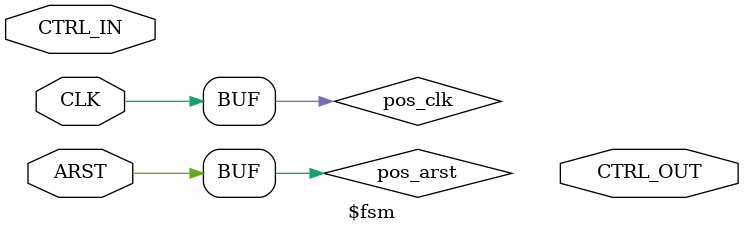
<source format=v>
module \$fsm (CLK, ARST, CTRL_IN, CTRL_OUT);

parameter NAME = "";

parameter CLK_POLARITY = 1'b1;
parameter ARST_POLARITY = 1'b1;

parameter CTRL_IN_WIDTH = 1;
parameter CTRL_OUT_WIDTH = 1;

parameter STATE_BITS = 1;
parameter STATE_NUM = 1;
parameter STATE_NUM_LOG2 = 1;
parameter STATE_RST = 0;
parameter STATE_TABLE = 1'b0;

parameter TRANS_NUM = 1;
parameter TRANS_TABLE = 4'b0x0x;

input CLK, ARST;
input [CTRL_IN_WIDTH-1:0] CTRL_IN;
output reg [CTRL_OUT_WIDTH-1:0] CTRL_OUT;

wire pos_clk = CLK == CLK_POLARITY;
wire pos_arst = ARST == ARST_POLARITY;

reg [STATE_BITS-1:0] state;
reg [STATE_BITS-1:0] state_tmp;
reg [STATE_BITS-1:0] next_state;

reg [STATE_BITS-1:0] tr_state_in;
reg [STATE_BITS-1:0] tr_state_out;
reg [CTRL_IN_WIDTH-1:0] tr_ctrl_in;
reg [CTRL_OUT_WIDTH-1:0] tr_ctrl_out;

integer i;

task tr_fetch;
	input [31:0] tr_num;
	reg [31:0] tr_pos;
	reg [STATE_NUM_LOG2-1:0] state_num;
	begin
		tr_pos = (2*STATE_NUM_LOG2+CTRL_IN_WIDTH+CTRL_OUT_WIDTH)*tr_num;
		tr_ctrl_out = TRANS_TABLE >> tr_pos;
		tr_pos = tr_pos + CTRL_OUT_WIDTH;
		state_num = TRANS_TABLE >> tr_pos;
		tr_state_out = STATE_TABLE >> (STATE_BITS*state_num);
		tr_pos = tr_pos + STATE_NUM_LOG2;
		tr_ctrl_in = TRANS_TABLE >> tr_pos;
		tr_pos = tr_pos + CTRL_IN_WIDTH;
		state_num = TRANS_TABLE >> tr_pos;
		tr_state_in = STATE_TABLE >> (STATE_BITS*state_num);
		tr_pos = tr_pos + STATE_NUM_LOG2;
	end
endtask
/*

always @(posedge pos_clk, posedge pos_arst) begin
	if (pos_arst) begin
		state_tmp = STATE_TABLE[STATE_BITS*(STATE_RST+1)-1:STATE_BITS*STATE_RST];
		for (i = 0; i < STATE_BITS; i = i+1)
			if (state_tmp[i] === 1'bz)
				state_tmp[i] = 0;
		state <= state_tmp;
	end else begin
		state_tmp = next_state;
		for (i = 0; i < STATE_BITS; i = i+1)
			if (state_tmp[i] === 1'bz)
				state_tmp[i] = 0;
		state <= state_tmp;
	end
end

always @(state, CTRL_IN) begin
	next_state <= STATE_TABLE[STATE_BITS*(STATE_RST+1)-1:STATE_BITS*STATE_RST];
	CTRL_OUT <= 'bx;
	// $display("---");
	// $display("Q: %b %b", state, CTRL_IN);
	for (i = 0; i < TRANS_NUM; i = i+1) begin
		tr_fetch(i);
		// $display("T: %b %b -> %b %b [%d]", tr_state_in, tr_ctrl_in, tr_state_out, tr_ctrl_out, i);
		casez ({state, CTRL_IN})
			{tr_state_in, tr_ctrl_in}: begin
				// $display("-> %b %b <-   MATCH", state, CTRL_IN);
				{next_state, CTRL_OUT} <= {tr_state_out, tr_ctrl_out};
			end
		endcase
	end
end
*/
endmodule

</source>
